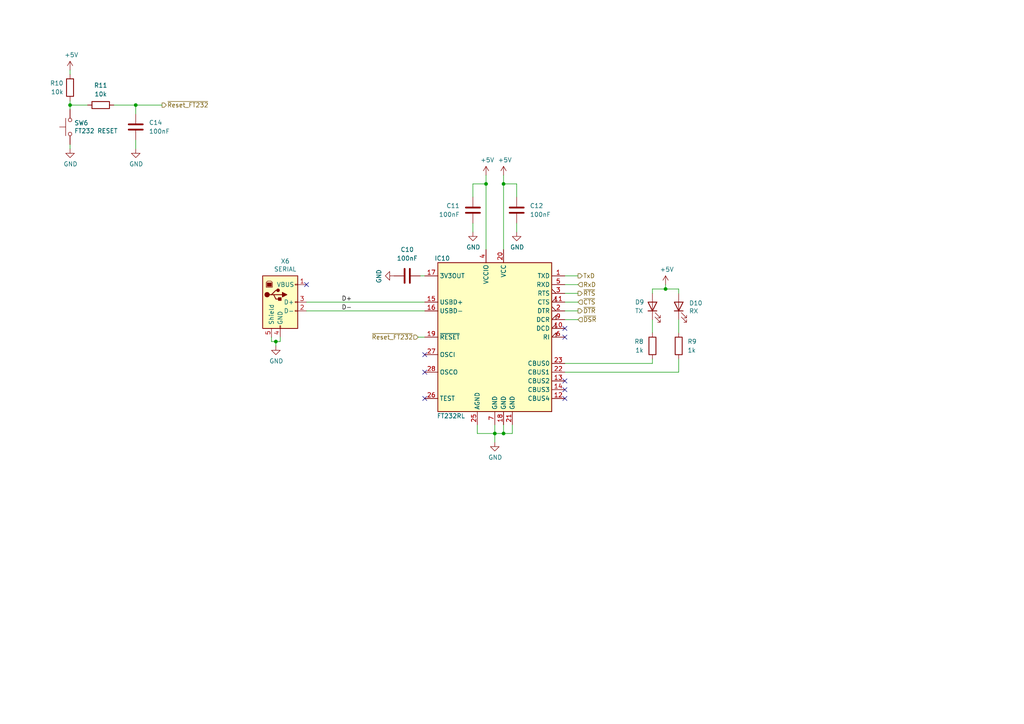
<source format=kicad_sch>
(kicad_sch (version 20231120) (generator "eeschema") (generator_version "8.0")
  (paper "A4")
  (title_block (title "USB-Serial") (date "2024-10-06") (rev "1.0") (company "https://www.kampis-elektroecke.de") (comment 4 "Author: Ing. Daniel Kampert"))
  (lib_symbols
    (symbol "Connector_Custom:USB-B" (pin_names (offset 1.016))
      (property "Reference" "X" (at -5.08 11.43 0))
      (property "Value" "Connector_Custom_USB-B" (at -5.08 8.89 0))
      (symbol "USB-B_0_1"
        (rectangle (start -5.08 -7.62) (end 5.08 7.62) (stroke (width 0.254)) (fill (type background)))
        (circle (center -3.81 2.159) (radius 0.635) (stroke (width 0.254)) (fill (type outline)))
        (rectangle (start -3.81 5.588) (end -2.54 4.572) (fill (type outline)))
        (circle (center -0.635 3.429) (radius 0.381) (stroke (width 0.254)) (fill (type outline)))
        (rectangle (start -0.127 -7.62) (end 0.127 -6.858))
        (polyline (pts (xy -1.905 2.159) (xy 0.635 2.159)) (stroke (width 0.254)))
        (polyline (pts (xy -3.175 2.159) (xy -2.54 2.159) (xy -1.27 3.429) (xy -0.635 3.429)) (stroke (width 0.254)))
        (polyline (pts (xy -2.54 2.159) (xy -1.905 2.159) (xy -1.27 0.889) (xy 0 0.889)) (stroke (width 0.254)))
        (polyline (pts (xy 0.635 2.794) (xy 0.635 1.524) (xy 1.905 2.159) (xy 0.635 2.794)) (stroke (width 0.254)) (fill (type outline)))
        (polyline (pts (xy -4.064 4.318) (xy -2.286 4.318) (xy -2.286 5.715) (xy -2.667 6.096) (xy -3.683 6.096) (xy -4.064 5.715) (xy -4.064 4.318)))
        (rectangle (start 0.254 1.27) (end -0.508 0.508) (stroke (width 0.254)) (fill (type outline)))
        (rectangle (start 5.08 -2.667) (end 4.318 -2.413))
        (rectangle (start 5.08 -0.127) (end 4.318 0.127))
        (rectangle (start 5.08 4.953) (end 4.318 5.207))
      )
      (symbol "USB-B_1_1"
        (pin power_out line (at 7.62 5.08 180) (length 2.54) (name "VBUS") (number "1"))
        (pin passive line (at 7.62 -2.54 180) (length 2.54) (name "D-") (number "2"))
        (pin passive line (at 7.62 0 180) (length 2.54) (name "D+") (number "3"))
        (pin power_out line (at 0 -10.16 90) (length 2.54) (name "GND") (number "4"))
        (pin passive line (at -2.54 -10.16 90) (length 2.54) (name "Shield") (number "5"))
      )
    )
    (symbol "Device:C" (pin_numbers hide) (pin_names (offset 0.254))
      (property "Reference" "C" (at 0.635 2.54 0))
      (property "Value" "C" (at 0.635 -2.54 0))
      (symbol "C_0_1"
        (polyline (pts (xy -2.032 -0.762) (xy 2.032 -0.762)) (stroke (width 0.508)))
        (polyline (pts (xy -2.032 0.762) (xy 2.032 0.762)) (stroke (width 0.508)))
      )
      (symbol "C_1_1"
        (pin passive line (at 0 3.81 270) (length 2.794) (name "~") (number "1"))
        (pin passive line (at 0 -3.81 90) (length 2.794) (name "~") (number "2"))
      )
    )
    (symbol "Device:LED" (pin_numbers hide) (pin_names (offset 1.016) hide)
      (property "Reference" "D" (at 0 2.54 0))
      (property "Value" "LED" (at 0 -2.54 0))
      (symbol "LED_0_1"
        (polyline (pts (xy -1.27 -1.27) (xy -1.27 1.27)) (stroke (width 0.254)))
        (polyline (pts (xy -1.27 0) (xy 1.27 0)))
        (polyline (pts (xy 1.27 -1.27) (xy 1.27 1.27) (xy -1.27 0) (xy 1.27 -1.27)) (stroke (width 0.254)))
        (polyline (pts (xy -3.048 -0.762) (xy -4.572 -2.286) (xy -3.81 -2.286) (xy -4.572 -2.286) (xy -4.572 -1.524)))
        (polyline (pts (xy -1.778 -0.762) (xy -3.302 -2.286) (xy -2.54 -2.286) (xy -3.302 -2.286) (xy -3.302 -1.524)))
      )
      (symbol "LED_1_1"
        (pin passive line (at -3.81 0 0) (length 2.54) (name "K") (number "1"))
        (pin passive line (at 3.81 0 180) (length 2.54) (name "A") (number "2"))
      )
    )
    (symbol "Device:R" (pin_numbers hide) (pin_names (offset 0))
      (property "Reference" "R" (at 2.032 0 90))
      (property "Value" "R" (at 0 0 90))
      (symbol "R_0_1"
        (rectangle (start -1.016 -2.54) (end 1.016 2.54) (stroke (width 0.254)))
      )
      (symbol "R_1_1"
        (pin passive line (at 0 3.81 270) (length 1.27) (name "~") (number "1"))
        (pin passive line (at 0 -3.81 90) (length 1.27) (name "~") (number "2"))
      )
    )
    (symbol "Interface_USB:FT232RL"
      (property "Reference" "U" (at -16.51 22.86 0))
      (property "Value" "FT232RL" (at 10.16 22.86 0))
      (symbol "FT232RL_0_1"
        (rectangle (start -16.51 21.59) (end 16.51 -21.59) (stroke (width 0.254)) (fill (type background)))
      )
      (symbol "FT232RL_1_1"
        (pin output line (at 20.32 17.78 180) (length 3.81) (name "TXD") (number "1"))
        (pin input input_low (at 20.32 2.54 180) (length 3.81) (name "DCD") (number "10"))
        (pin input input_low (at 20.32 10.16 180) (length 3.81) (name "CTS") (number "11"))
        (pin bidirectional line (at 20.32 -17.78 180) (length 3.81) (name "CBUS4") (number "12"))
        (pin bidirectional line (at 20.32 -12.7 180) (length 3.81) (name "CBUS2") (number "13"))
        (pin bidirectional line (at 20.32 -15.24 180) (length 3.81) (name "CBUS3") (number "14"))
        (pin bidirectional line (at -20.32 10.16 0) (length 3.81) (name "USBD+") (number "15"))
        (pin bidirectional line (at -20.32 7.62 0) (length 3.81) (name "USBD-") (number "16"))
        (pin power_out line (at -20.32 17.78 0) (length 3.81) (name "3V3OUT") (number "17"))
        (pin power_in line (at 2.54 -25.4 90) (length 3.81) (name "GND") (number "18"))
        (pin input line (at -20.32 0 0) (length 3.81) (name "~{RESET}") (number "19"))
        (pin output output_low (at 20.32 7.62 180) (length 3.81) (name "DTR") (number "2"))
        (pin power_in line (at 2.54 25.4 270) (length 3.81) (name "VCC") (number "20"))
        (pin power_in line (at 5.08 -25.4 90) (length 3.81) (name "GND") (number "21"))
        (pin bidirectional line (at 20.32 -10.16 180) (length 3.81) (name "CBUS1") (number "22"))
        (pin bidirectional line (at 20.32 -7.62 180) (length 3.81) (name "CBUS0") (number "23"))
        (pin power_in line (at -5.08 -25.4 90) (length 3.81) (name "AGND") (number "25"))
        (pin input line (at -20.32 -17.78 0) (length 3.81) (name "TEST") (number "26"))
        (pin input line (at -20.32 -5.08 0) (length 3.81) (name "OSCI") (number "27"))
        (pin output line (at -20.32 -10.16 0) (length 3.81) (name "OSCO") (number "28"))
        (pin output output_low (at 20.32 12.7 180) (length 3.81) (name "RTS") (number "3"))
        (pin power_in line (at -2.54 25.4 270) (length 3.81) (name "VCCIO") (number "4"))
        (pin input line (at 20.32 15.24 180) (length 3.81) (name "RXD") (number "5"))
        (pin input input_low (at 20.32 0 180) (length 3.81) (name "RI") (number "6"))
        (pin power_in line (at 0 -25.4 90) (length 3.81) (name "GND") (number "7"))
        (pin input input_low (at 20.32 5.08 180) (length 3.81) (name "DCR") (number "9"))
      )
    )
    (symbol "Switch:SW_Push" (pin_numbers hide) (pin_names (offset 1.016) hide)
      (property "Reference" "SW" (at 1.27 2.54 0))
      (property "Value" "SW_Push" (at 0 -1.524 0))
      (symbol "SW_Push_0_1"
        (circle (center -2.032 0) (radius 0.508))
        (polyline (pts (xy 0 1.27) (xy 0 3.048)))
        (polyline (pts (xy 2.54 1.27) (xy -2.54 1.27)))
        (circle (center 2.032 0) (radius 0.508))
        (pin passive line (at -5.08 0 0) (length 2.54) (name "1") (number "1"))
        (pin passive line (at 5.08 0 180) (length 2.54) (name "2") (number "2"))
      )
    )
    (symbol "power:+5V" (power) (pin_names (offset 0))
      (property "Value" "+5V" (at 0 3.556 0))
      (symbol "+5V_0_1"
        (polyline (pts (xy -0.762 1.27) (xy 0 2.54)))
        (polyline (pts (xy 0 0) (xy 0 2.54)))
        (polyline (pts (xy 0 2.54) (xy 0.762 1.27)))
      )
      (symbol "+5V_1_1"
        (pin power_in line (at 0 0 90) (length 0) hide (name "+5V") (number "1"))
      )
    )
    (symbol "power:GND" (power) (pin_names (offset 0))
      (property "Value" "GND" (at 0 -3.81 0))
      (symbol "GND_0_1"
        (polyline (pts (xy 0 0) (xy 0 -1.27) (xy 1.27 -1.27) (xy 0 -2.54) (xy -1.27 -1.27) (xy 0 -1.27)))
      )
      (symbol "GND_1_1"
        (pin power_in line (at 0 0 270) (length 0) hide (name "GND") (number "1"))
      )
    )
  )
  (junction (at 146.05 53.34))
  (junction (at 193.04 83.82))
  (junction (at 20.32 30.48))
  (junction (at 140.97 53.34))
  (junction (at 80.01 99.06))
  (junction (at 39.37 30.48))
  (junction (at 143.51 125.73))
  (junction (at 146.05 125.73))
  (no_connect (at 163.83 97.79))
  (no_connect (at 163.83 113.03))
  (no_connect (at 163.83 115.57))
  (no_connect (at 88.9 82.55))
  (no_connect (at 123.19 102.87))
  (no_connect (at 163.83 110.49))
  (no_connect (at 123.19 115.57))
  (no_connect (at 163.83 95.25))
  (no_connect (at 123.19 107.95))
  (wire (pts (xy 39.37 30.48) (xy 39.37 33.02)))
  (wire (pts (xy 81.28 99.06) (xy 81.28 97.79)))
  (wire (pts (xy 140.97 53.34) (xy 140.97 72.39)))
  (wire (pts (xy 20.32 30.48) (xy 25.4 30.48)))
  (wire (pts (xy 143.51 125.73) (xy 143.51 123.19)))
  (wire (pts (xy 167.64 87.63) (xy 163.83 87.63)))
  (wire (pts (xy 167.64 80.01) (xy 163.83 80.01)))
  (wire (pts (xy 163.83 85.09) (xy 167.64 85.09)))
  (wire (pts (xy 33.02 30.48) (xy 39.37 30.48)))
  (wire (pts (xy 163.83 82.55) (xy 167.64 82.55)))
  (wire (pts (xy 80.01 99.06) (xy 80.01 100.33)))
  (wire (pts (xy 193.04 82.55) (xy 193.04 83.82)))
  (wire (pts (xy 146.05 125.73) (xy 146.05 123.19)))
  (wire (pts (xy 20.32 41.91) (xy 20.32 43.18)))
  (wire (pts (xy 189.23 85.09) (xy 189.23 83.82)))
  (wire (pts (xy 163.83 90.17) (xy 167.64 90.17)))
  (wire (pts (xy 137.16 64.77) (xy 137.16 67.31)))
  (wire (pts (xy 146.05 125.73) (xy 148.59 125.73)))
  (wire (pts (xy 143.51 125.73) (xy 146.05 125.73)))
  (wire (pts (xy 163.83 105.41) (xy 189.23 105.41)))
  (wire (pts (xy 146.05 50.8) (xy 146.05 53.34)))
  (wire (pts (xy 196.85 85.09) (xy 196.85 83.82)))
  (wire (pts (xy 121.285 97.79) (xy 123.19 97.79)))
  (wire (pts (xy 193.04 83.82) (xy 196.85 83.82)))
  (wire (pts (xy 78.74 97.79) (xy 78.74 99.06)))
  (wire (pts (xy 20.32 20.32) (xy 20.32 21.59)))
  (wire (pts (xy 138.43 125.73) (xy 143.51 125.73)))
  (wire (pts (xy 189.23 104.14) (xy 189.23 105.41)))
  (wire (pts (xy 137.16 57.15) (xy 137.16 53.34)))
  (wire (pts (xy 123.19 90.17) (xy 88.9 90.17)))
  (wire (pts (xy 146.05 53.34) (xy 149.86 53.34)))
  (wire (pts (xy 121.92 80.01) (xy 123.19 80.01)))
  (wire (pts (xy 80.01 99.06) (xy 81.28 99.06)))
  (wire (pts (xy 39.37 30.48) (xy 46.99 30.48)))
  (wire (pts (xy 149.86 64.77) (xy 149.86 67.31)))
  (wire (pts (xy 196.85 96.52) (xy 196.85 92.71)))
  (wire (pts (xy 189.23 92.71) (xy 189.23 96.52)))
  (wire (pts (xy 88.9 87.63) (xy 123.19 87.63)))
  (wire (pts (xy 138.43 123.19) (xy 138.43 125.73)))
  (wire (pts (xy 163.83 107.95) (xy 196.85 107.95)))
  (wire (pts (xy 143.51 125.73) (xy 143.51 128.27)))
  (wire (pts (xy 149.86 53.34) (xy 149.86 57.15)))
  (wire (pts (xy 140.97 53.34) (xy 140.97 50.8)))
  (wire (pts (xy 148.59 125.73) (xy 148.59 123.19)))
  (wire (pts (xy 137.16 53.34) (xy 140.97 53.34)))
  (wire (pts (xy 167.64 92.71) (xy 163.83 92.71)))
  (wire (pts (xy 20.32 30.48) (xy 20.32 31.75)))
  (wire (pts (xy 146.05 53.34) (xy 146.05 72.39)))
  (wire (pts (xy 189.23 83.82) (xy 193.04 83.82)))
  (wire (pts (xy 78.74 99.06) (xy 80.01 99.06)))
  (wire (pts (xy 196.85 104.14) (xy 196.85 107.95)))
  (wire (pts (xy 20.32 29.21) (xy 20.32 30.48)))
  (wire (pts (xy 39.37 40.64) (xy 39.37 43.18)))
  (label "D-" (at 99.06 90.17 0))
  (label "D+" (at 99.06 87.63 0))
  (hierarchical_label "~{CTS}" (shape input) (at 167.64 87.63 0))
  (hierarchical_label "~{DTR}" (shape output) (at 167.64 90.17 0))
  (hierarchical_label "TxD" (shape output) (at 167.64 80.01 0))
  (hierarchical_label "RxD" (shape input) (at 167.64 82.55 0))
  (hierarchical_label "~{RTS}" (shape output) (at 167.64 85.09 0))
  (hierarchical_label "~{DSR}" (shape input) (at 167.64 92.71 0))
  (hierarchical_label "~{Reset_FT232}" (shape input) (at 121.285 97.79 180))
  (hierarchical_label "~{Reset_FT232}" (shape output) (at 46.99 30.48 0))
  (symbol (lib_id "power:+5V") (at 146.05 50.8 0) (unit 1)
    (property "Reference" "#PWR067" (effects (hide yes)))
    (property "Value" "+5V" (at 146.431 46.4058 0))
  )
  (symbol (lib_id "Connector_Custom:USB-B") (at 81.28 87.63 0) (unit 1)
    (property "Reference" "X6" (at 82.7278 75.7682 0))
    (property "Value" "SERIAL" (at 82.7278 78.0796 0))
    (property "Footprint" "Connector_Generic:USB-B_TE_2923042_Horizontal" (effects (hide yes)))
    (property "Datasheet" "https://www.te.com/commerce/DocumentDelivery/DDEController?Action=showdoc&DocId=Customer+Drawing%7F292304%7FD4%7Fpdf%7FEnglish%7FENG_CD_292304_D4.pdf%7F292304-2" (effects (hide yes)))
    (property "Mfr." "TE Connectivity" (effects (hide yes)))
    (property "Mfr. No." "292304-2" (effects (hide yes)))
    (property "Mouser" "571-292304-2" (effects (hide yes)))
    (property "Distributor" "Mouser" (effects (hide yes)))
    (property "Order Number" "571-292304-2" (effects (hide yes)))
  )
  (symbol (lib_id "Device:C") (at 137.16 60.96 0) (mirror y) (unit 1)
    (property "Reference" "C11" (at 133.35 59.6899 0) (effects (justify left)))
    (property "Value" "100nF" (at 133.35 62.2299 0) (effects (justify left)))
    (property "Footprint" "Capacitor_SMD:C_0805_2012Metric" (effects (hide yes)))
    (property "Datasheet" "https://www.mouser.de/datasheet/2/212/KEM_C1002_X7R_SMD-1102033.pdf" (effects (hide yes)))
    (property "Mfr." "KEMET" (effects (hide yes)))
    (property "Mfr. No." "C0805C104K5RACTU" (effects (hide yes)))
    (property "Mouser" "80-C0805C104K5R" (effects (hide yes)))
    (property "Distributor" "Mouser" (effects (hide yes)))
    (property "Order Number" "80-C0805C104K5R" (effects (hide yes)))
  )
  (symbol (lib_id "power:GND") (at 137.16 67.31 0) (unit 1)
    (property "Reference" "#PWR064" (effects (hide yes)))
    (property "Value" "GND" (at 137.287 71.7042 0))
  )
  (symbol (lib_id "Device:C") (at 149.86 60.96 0) (unit 1)
    (property "Reference" "C12" (at 153.67 59.6899 0) (effects (justify left)))
    (property "Value" "100nF" (at 153.67 62.2299 0) (effects (justify left)))
    (property "Footprint" "Capacitor_SMD:C_0805_2012Metric" (effects (hide yes)))
    (property "Datasheet" "https://www.mouser.de/datasheet/2/212/KEM_C1002_X7R_SMD-1102033.pdf" (effects (hide yes)))
    (property "Mfr." "KEMET" (effects (hide yes)))
    (property "Mfr. No." "C0805C104K5RACTU" (effects (hide yes)))
    (property "Mouser" "80-C0805C104K5R" (effects (hide yes)))
    (property "Distributor" "Mouser" (effects (hide yes)))
    (property "Order Number" "80-C0805C104K5R" (effects (hide yes)))
  )
  (symbol (lib_id "power:GND") (at 149.86 67.31 0) (unit 1)
    (property "Reference" "#PWR068" (effects (hide yes)))
    (property "Value" "GND" (at 149.987 71.7042 0))
  )
  (symbol (lib_id "Interface_USB:FT232RL") (at 143.51 97.79 0) (unit 1)
    (property "Reference" "IC10" (at 128.27 74.93 0))
    (property "Value" "FT232RL" (at 130.81 120.65 0))
    (property "Footprint" "Package_SO:SSOP-28_5.3x10.2mm_P0.65mm" (effects (hide yes)))
    (property "Datasheet" "http://www.ftdichip.com/Products/ICs/FT232RL.htm" (effects (hide yes)))
    (property "Mfr." "FTDI" (effects (hide yes)))
    (property "Mfr. No." "FT232RL-REEL" (effects (hide yes)))
    (property "Mouser" "895-FT232RL" (effects (hide yes)))
    (property "Distributor" "Mouser" (effects (hide yes)))
    (property "Order Number" "895-FT232RL" (effects (hide yes)))
  )
  (symbol (lib_id "Device:LED") (at 189.23 88.9 90) (unit 1)
    (property "Reference" "D9" (at 184.15 87.63 90) (effects (justify right)))
    (property "Value" "TX" (at 184.15 90.17 90) (effects (justify right)))
    (property "Footprint" "LED_SMD:LED_0805_2012Metric" (effects (hide yes)))
    (property "Datasheet" "https://www.mouser.de/datasheet/2/216/apt2012pyw-1173287.pdf" (effects (hide yes)))
    (property "Mfr." "Kingbright" (effects (hide yes)))
    (property "Mfr. No." "APT2012PYW" (effects (hide yes)))
    (property "Mouser" "604-APT2012PYW" (effects (hide yes)))
    (property "Distributor" "Mouser" (effects (hide yes)))
    (property "Order Number" "604-APT2012PYW" (effects (hide yes)))
  )
  (symbol (lib_id "Device:R") (at 189.23 100.33 0) (unit 1)
    (property "Reference" "R8" (at 186.69 99.0599 0) (effects (justify right)))
    (property "Value" "1k" (at 186.69 101.5999 0) (effects (justify right)))
    (property "Footprint" "Resistor_SMD:R_0805_2012Metric" (effects (hide yes)))
    (property "Datasheet" "https://www.mouser.de/datasheet/2/447/Yageo%20LR_MFP_2013-594635.pdf" (effects (hide yes)))
    (property "Mfr." "Yageo" (effects (hide yes)))
    (property "Mfr. No." "MFP-25BRD52-1K" (effects (hide yes)))
    (property "Mouser" "603-MFP-25BRD52-1K" (effects (hide yes)))
    (property "Distributor" "Mouser" (effects (hide yes)))
    (property "Order Number" "603-MFP-25BRD52-1K" (effects (hide yes)))
  )
  (symbol (lib_id "Device:R") (at 196.85 100.33 0) (unit 1)
    (property "Reference" "R9" (at 199.39 99.0599 0) (effects (justify left)))
    (property "Value" "1k" (at 199.39 101.5999 0) (effects (justify left)))
    (property "Footprint" "Resistor_SMD:R_0805_2012Metric" (effects (hide yes)))
    (property "Datasheet" "https://www.mouser.de/datasheet/2/447/Yageo%20LR_MFP_2013-594635.pdf" (effects (hide yes)))
    (property "Mfr." "Yageo" (effects (hide yes)))
    (property "Mfr. No." "MFP-25BRD52-1K" (effects (hide yes)))
    (property "Mouser" "603-MFP-25BRD52-1K" (effects (hide yes)))
    (property "Distributor" "Mouser" (effects (hide yes)))
    (property "Order Number" "603-MFP-25BRD52-1K" (effects (hide yes)))
  )
  (symbol (lib_id "Device:LED") (at 196.85 88.9 90) (unit 1)
    (property "Reference" "D10" (at 199.8472 87.9094 90) (effects (justify right)))
    (property "Value" "RX" (at 199.8472 90.2208 90) (effects (justify right)))
    (property "Footprint" "LED_SMD:LED_0805_2012Metric" (effects (hide yes)))
    (property "Datasheet" "https://www.mouser.de/datasheet/2/216/apt2012pgw-1173286.pdf" (effects (hide yes)))
    (property "Mfr." "Kingbright" (effects (hide yes)))
    (property "Mfr. No." "APT2012PGW" (effects (hide yes)))
    (property "Mouser" "604-APT2012PGW" (effects (hide yes)))
    (property "Distributor" "Mouser" (effects (hide yes)))
    (property "Order Number" "604-APT2012PGW" (effects (hide yes)))
  )
  (symbol (lib_id "Device:C") (at 118.11 80.01 90) (unit 1)
    (property "Reference" "C10" (at 118.11 72.39 90))
    (property "Value" "100nF" (at 118.11 74.93 90))
    (property "Footprint" "Capacitor_SMD:C_0805_2012Metric" (effects (hide yes)))
    (property "Datasheet" "https://www.mouser.de/datasheet/2/212/KEM_C1002_X7R_SMD-1102033.pdf" (effects (hide yes)))
    (property "Mfr." "KEMET" (effects (hide yes)))
    (property "Mfr. No." "C0805C104K5RACTU" (effects (hide yes)))
    (property "Mouser" "80-C0805C104K5R" (effects (hide yes)))
    (property "Distributor" "Mouser" (effects (hide yes)))
    (property "Order Number" "80-C0805C104K5R" (effects (hide yes)))
  )
  (symbol (lib_id "power:GND") (at 114.3 80.01 270) (unit 1)
    (property "Reference" "#PWR063" (effects (hide yes)))
    (property "Value" "GND" (at 109.9058 80.137 0))
  )
  (symbol (lib_id "power:+5V") (at 193.04 82.55 0) (unit 1)
    (property "Reference" "#PWR069" (effects (hide yes)))
    (property "Value" "+5V" (at 193.421 78.1558 0))
  )
  (symbol (lib_id "power:GND") (at 80.01 100.33 0) (unit 1)
    (property "Reference" "#PWR062" (effects (hide yes)))
    (property "Value" "GND" (at 80.137 104.7242 0))
  )
  (symbol (lib_id "power:+5V") (at 140.97 50.8 0) (unit 1)
    (property "Reference" "#PWR065" (effects (hide yes)))
    (property "Value" "+5V" (at 141.351 46.4058 0))
  )
  (symbol (lib_id "power:GND") (at 143.51 128.27 0) (unit 1)
    (property "Reference" "#PWR066" (effects (hide yes)))
    (property "Value" "GND" (at 143.637 132.6642 0))
  )
  (symbol (lib_id "power:GND") (at 39.37 43.18 0) (unit 1)
    (property "Reference" "#PWR0703" (effects (hide yes)))
    (property "Value" "GND" (at 39.497 47.5742 0))
  )
  (symbol (lib_id "Device:R") (at 20.32 25.4 0) (mirror y) (unit 1)
    (property "Reference" "R10" (at 18.415 24.1299 0) (effects (justify left)))
    (property "Value" "10k" (at 18.415 26.6699 0) (effects (justify left)))
    (property "Footprint" "Resistor_THT:R_Axial_DIN0207_L6.3mm_D2.5mm_P7.62mm_Horizontal" (effects (hide yes)))
    (property "Datasheet" "https://www.mouser.de/datasheet/2/447/Yageo%20LR_MFP_2013-594635.pdf" (effects (hide yes)))
    (property "Mfr." "Yageo" (effects (hide yes)))
    (property "Mfr. No." "MFP-25BRD52-10K" (effects (hide yes)))
    (property "Mouser" "603-MFP-25BRD52-10K" (effects (hide yes)))
    (property "Distributor" "Mouser" (effects (hide yes)))
    (property "Order Number" "603-MFP-25BRD52-10K" (effects (hide yes)))
  )
  (symbol (lib_id "Device:C") (at 39.37 36.83 0) (unit 1)
    (property "Reference" "C14" (at 43.18 35.5599 0) (effects (justify left)))
    (property "Value" "100nF" (at 43.18 38.0999 0) (effects (justify left)))
    (property "Footprint" "Capacitor_THT:C_Rect_L4.0mm_W2.5mm_P2.50mm" (effects (hide yes)))
    (property "Datasheet" "https://www.mouser.de/datasheet/2/400/eadmlcc_halogenfree_fa150_en-890480.pdf" (effects (hide yes)))
    (property "Mfr." "TDK" (effects (hide yes)))
    (property "Mfr. No." "FA18X8R1H104KRU06" (effects (hide yes)))
    (property "Mouser" "810-FA18X8R1H104KRU6" (effects (hide yes)))
    (property "Distributor" "Mouser" (effects (hide yes)))
    (property "Order Number" "810-FA18X8R1H104KRU6" (effects (hide yes)))
  )
  (symbol (lib_id "Switch:SW_Push") (at 20.32 36.83 90) (unit 1)
    (property "Reference" "SW6" (at 21.5392 35.6616 90) (effects (justify right)))
    (property "Value" "FT232 RESET" (at 21.5392 37.973 90) (effects (justify right)))
    (property "Footprint" "Button_Switch_THT:SW_PUSH_6mm_H4.3mm" (effects (hide yes)))
    (property "Datasheet" "https://www.te.com/commerce/DocumentDelivery/DDEController?Action=showdoc&DocId=Customer+Drawing%7F1825910%7FC10%7Fpdf%7FEnglish%7FENG_CD_1825910_C10.pdf%7F2-1825910-7" (effects (hide yes)))
    (property "Mfr." "TE Connectivity / Alcoswitch" (effects (hide yes)))
    (property "Mfr. No." "2-1825910-7" (effects (hide yes)))
    (property "Mouser" "506-2-1825910-7" (effects (hide yes)))
    (property "Distributor" "Mouser" (effects (hide yes)))
    (property "Order Number" "506-2-1825910-7" (effects (hide yes)))
  )
  (symbol (lib_id "power:+5V") (at 20.32 20.32 0) (unit 1)
    (property "Reference" "#PWR0701" (effects (hide yes)))
    (property "Value" "+5V" (at 20.701 15.9258 0))
  )
  (symbol (lib_id "power:GND") (at 20.32 43.18 0) (unit 1)
    (property "Reference" "#PWR0702" (effects (hide yes)))
    (property "Value" "GND" (at 20.447 47.5742 0))
  )
  (symbol (lib_id "Device:R") (at 29.21 30.48 270) (unit 1)
    (property "Reference" "R11" (at 29.21 24.765 90))
    (property "Value" "10k" (at 29.21 27.305 90))
    (property "Footprint" "Resistor_THT:R_Axial_DIN0207_L6.3mm_D2.5mm_P7.62mm_Horizontal" (effects (hide yes)))
    (property "Datasheet" "https://www.mouser.de/datasheet/2/447/Yageo%20LR_MFP_2013-594635.pdf" (effects (hide yes)))
    (property "Mfr." "Yageo" (effects (hide yes)))
    (property "Mfr. No." "MFP-25BRD52-10K" (effects (hide yes)))
    (property "Mouser" "603-MFP-25BRD52-10K" (effects (hide yes)))
    (property "Distributor" "Mouser" (effects (hide yes)))
    (property "Order Number" "603-MFP-25BRD52-10K" (effects (hide yes)))
  )
)
</source>
